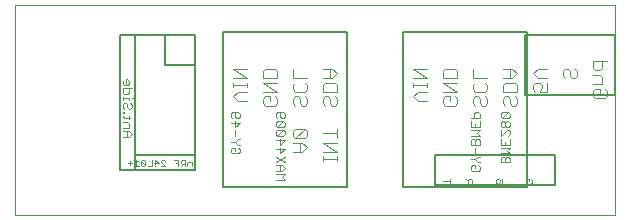
<source format=gbo>
G75*
%MOIN*%
%OFA0B0*%
%FSLAX25Y25*%
%IPPOS*%
%LPD*%
%AMOC8*
5,1,8,0,0,1.08239X$1,22.5*
%
%ADD10C,0.00000*%
%ADD11C,0.00500*%
%ADD12C,0.00300*%
%ADD13C,0.00200*%
%ADD14C,0.00400*%
D10*
X0001250Y0001250D02*
X0001250Y0071211D01*
X0201250Y0071211D01*
X0201250Y0001250D01*
X0001250Y0001250D01*
D11*
X0036250Y0016250D02*
X0036250Y0061250D01*
X0041250Y0061250D01*
X0041250Y0021250D01*
X0041250Y0016250D01*
X0036250Y0016250D01*
X0041250Y0016250D02*
X0061250Y0016250D01*
X0061250Y0021250D01*
X0041250Y0021250D01*
X0061250Y0021250D02*
X0061250Y0051250D01*
X0051250Y0051250D01*
X0051250Y0061250D01*
X0061250Y0061250D01*
X0061250Y0051250D01*
X0051250Y0061250D02*
X0041250Y0061250D01*
X0070699Y0062156D02*
X0070699Y0010344D01*
X0111801Y0010344D01*
X0111801Y0062156D01*
X0070699Y0062156D01*
X0130699Y0062156D02*
X0130699Y0010344D01*
X0171801Y0010344D01*
X0171801Y0062156D01*
X0130699Y0062156D01*
X0171250Y0061250D02*
X0171250Y0041250D01*
X0201250Y0041250D01*
X0201250Y0061250D01*
X0171250Y0061250D01*
X0181250Y0021250D02*
X0141250Y0021250D01*
X0141250Y0011250D01*
X0181250Y0011250D01*
X0181250Y0021250D01*
D12*
X0166102Y0021667D02*
X0165135Y0022635D01*
X0166102Y0023602D01*
X0163200Y0023602D01*
X0163200Y0024614D02*
X0163200Y0026549D01*
X0164651Y0025581D02*
X0164651Y0024614D01*
X0166102Y0024614D02*
X0163200Y0024614D01*
X0166102Y0024614D02*
X0166102Y0026549D01*
X0165619Y0027560D02*
X0166102Y0028044D01*
X0166102Y0029012D01*
X0165619Y0029495D01*
X0165135Y0029495D01*
X0163200Y0027560D01*
X0163200Y0029495D01*
X0163684Y0030507D02*
X0164167Y0030507D01*
X0164651Y0030991D01*
X0164651Y0031958D01*
X0164167Y0032442D01*
X0163684Y0032442D01*
X0163200Y0031958D01*
X0163200Y0030991D01*
X0163684Y0030507D01*
X0164651Y0030991D02*
X0165135Y0030507D01*
X0165619Y0030507D01*
X0166102Y0030991D01*
X0166102Y0031958D01*
X0165619Y0032442D01*
X0165135Y0032442D01*
X0164651Y0031958D01*
X0163684Y0033453D02*
X0165619Y0035388D01*
X0163684Y0035388D01*
X0163200Y0034905D01*
X0163200Y0033937D01*
X0163684Y0033453D01*
X0165619Y0033453D01*
X0166102Y0033937D01*
X0166102Y0034905D01*
X0165619Y0035388D01*
X0156102Y0034905D02*
X0156102Y0033453D01*
X0153200Y0033453D01*
X0154167Y0033453D02*
X0154167Y0034905D01*
X0154651Y0035388D01*
X0155619Y0035388D01*
X0156102Y0034905D01*
X0156102Y0032442D02*
X0156102Y0030507D01*
X0153200Y0030507D01*
X0153200Y0032442D01*
X0154651Y0031474D02*
X0154651Y0030507D01*
X0156102Y0029495D02*
X0153200Y0029495D01*
X0155135Y0028528D02*
X0156102Y0029495D01*
X0155135Y0028528D02*
X0156102Y0027560D01*
X0153200Y0027560D01*
X0153684Y0026549D02*
X0153200Y0026065D01*
X0153200Y0024614D01*
X0156102Y0024614D01*
X0156102Y0026065D01*
X0155619Y0026549D01*
X0155135Y0026549D01*
X0154651Y0026065D01*
X0154651Y0024614D01*
X0154651Y0023602D02*
X0154651Y0021667D01*
X0155619Y0020656D02*
X0156102Y0020656D01*
X0155619Y0020656D02*
X0154651Y0019688D01*
X0153200Y0019688D01*
X0154651Y0019688D02*
X0155619Y0018721D01*
X0156102Y0018721D01*
X0155619Y0017709D02*
X0156102Y0017226D01*
X0156102Y0016258D01*
X0155619Y0015774D01*
X0153684Y0015774D01*
X0153200Y0016258D01*
X0153200Y0017226D01*
X0153684Y0017709D01*
X0154651Y0017709D01*
X0154651Y0016742D01*
X0163200Y0018721D02*
X0163200Y0020172D01*
X0163684Y0020656D01*
X0164167Y0020656D01*
X0164651Y0020172D01*
X0164651Y0018721D01*
X0163200Y0018721D02*
X0166102Y0018721D01*
X0166102Y0020172D01*
X0165619Y0020656D01*
X0165135Y0020656D01*
X0164651Y0020172D01*
X0163200Y0021667D02*
X0166102Y0021667D01*
X0154651Y0026065D02*
X0154167Y0026549D01*
X0153684Y0026549D01*
X0091102Y0026065D02*
X0089651Y0024614D01*
X0089651Y0026549D01*
X0088200Y0026065D02*
X0091102Y0026065D01*
X0090619Y0027560D02*
X0088684Y0027560D01*
X0090619Y0029495D01*
X0088684Y0029495D01*
X0088200Y0029012D01*
X0088200Y0028044D01*
X0088684Y0027560D01*
X0090619Y0027560D02*
X0091102Y0028044D01*
X0091102Y0029012D01*
X0090619Y0029495D01*
X0090619Y0030507D02*
X0088684Y0030507D01*
X0090619Y0032442D01*
X0088684Y0032442D01*
X0088200Y0031958D01*
X0088200Y0030991D01*
X0088684Y0030507D01*
X0090619Y0030507D02*
X0091102Y0030991D01*
X0091102Y0031958D01*
X0090619Y0032442D01*
X0090619Y0033453D02*
X0090135Y0033453D01*
X0089651Y0033937D01*
X0089651Y0035388D01*
X0088684Y0035388D02*
X0090619Y0035388D01*
X0091102Y0034905D01*
X0091102Y0033937D01*
X0090619Y0033453D01*
X0088684Y0033453D02*
X0088200Y0033937D01*
X0088200Y0034905D01*
X0088684Y0035388D01*
X0076102Y0034905D02*
X0076102Y0033937D01*
X0075619Y0033453D01*
X0075135Y0033453D01*
X0074651Y0033937D01*
X0074651Y0035388D01*
X0073684Y0035388D02*
X0075619Y0035388D01*
X0076102Y0034905D01*
X0073684Y0035388D02*
X0073200Y0034905D01*
X0073200Y0033937D01*
X0073684Y0033453D01*
X0074651Y0032442D02*
X0074651Y0030507D01*
X0076102Y0031958D01*
X0073200Y0031958D01*
X0074651Y0029495D02*
X0074651Y0027560D01*
X0075619Y0026549D02*
X0076102Y0026549D01*
X0075619Y0026549D02*
X0074651Y0025581D01*
X0073200Y0025581D01*
X0074651Y0025581D02*
X0075619Y0024614D01*
X0076102Y0024614D01*
X0075619Y0023602D02*
X0076102Y0023119D01*
X0076102Y0022151D01*
X0075619Y0021667D01*
X0073684Y0021667D01*
X0073200Y0022151D01*
X0073200Y0023119D01*
X0073684Y0023602D01*
X0074651Y0023602D01*
X0074651Y0022635D01*
X0088200Y0023119D02*
X0091102Y0023119D01*
X0089651Y0021667D01*
X0089651Y0023602D01*
X0088200Y0020656D02*
X0091102Y0018721D01*
X0090135Y0017709D02*
X0088200Y0017709D01*
X0088200Y0018721D02*
X0091102Y0020656D01*
X0090135Y0017709D02*
X0091102Y0016742D01*
X0090135Y0015774D01*
X0088200Y0015774D01*
X0088200Y0014763D02*
X0091102Y0014763D01*
X0090135Y0013795D01*
X0091102Y0012828D01*
X0088200Y0012828D01*
X0089651Y0015774D02*
X0089651Y0017709D01*
X0040102Y0028233D02*
X0039135Y0027265D01*
X0037200Y0027265D01*
X0038651Y0027265D02*
X0038651Y0029200D01*
X0039135Y0029200D02*
X0037200Y0029200D01*
X0037200Y0030212D02*
X0039135Y0030212D01*
X0039135Y0031663D01*
X0038651Y0032147D01*
X0037200Y0032147D01*
X0039135Y0033159D02*
X0039135Y0034126D01*
X0039619Y0033642D02*
X0037684Y0033642D01*
X0037200Y0034126D01*
X0037200Y0035123D02*
X0037200Y0035607D01*
X0037684Y0035607D01*
X0037684Y0035123D01*
X0037200Y0035123D01*
X0037684Y0036596D02*
X0037200Y0037080D01*
X0037200Y0038047D01*
X0037684Y0038531D01*
X0038167Y0038531D01*
X0038651Y0038047D01*
X0038651Y0037080D01*
X0039135Y0036596D01*
X0039619Y0036596D01*
X0040102Y0037080D01*
X0040102Y0038047D01*
X0039619Y0038531D01*
X0039135Y0039543D02*
X0039135Y0040026D01*
X0037200Y0040026D01*
X0037200Y0039543D02*
X0037200Y0040510D01*
X0040102Y0040026D02*
X0040586Y0040026D01*
X0038651Y0041507D02*
X0037684Y0041507D01*
X0037200Y0041991D01*
X0037200Y0043442D01*
X0040102Y0043442D01*
X0039135Y0043442D02*
X0039135Y0041991D01*
X0038651Y0041507D01*
X0038651Y0044453D02*
X0037684Y0044453D01*
X0037200Y0044937D01*
X0037200Y0045905D01*
X0038167Y0046388D02*
X0038167Y0044453D01*
X0038651Y0044453D02*
X0039135Y0044937D01*
X0039135Y0045905D01*
X0038651Y0046388D01*
X0038167Y0046388D01*
X0039135Y0029200D02*
X0040102Y0028233D01*
D13*
X0041737Y0019552D02*
X0041737Y0017350D01*
X0042471Y0017350D02*
X0041003Y0017350D01*
X0039527Y0017717D02*
X0039527Y0019185D01*
X0040261Y0018451D02*
X0038793Y0018451D01*
X0041737Y0019552D02*
X0042471Y0018818D01*
X0043213Y0019185D02*
X0043213Y0017717D01*
X0043580Y0017350D01*
X0044314Y0017350D01*
X0044681Y0017717D01*
X0043213Y0019185D01*
X0043580Y0019552D01*
X0044314Y0019552D01*
X0044681Y0019185D01*
X0044681Y0017717D01*
X0045423Y0017350D02*
X0046891Y0017350D01*
X0046891Y0019552D01*
X0048000Y0019552D02*
X0049101Y0018451D01*
X0047633Y0018451D01*
X0048000Y0017350D02*
X0048000Y0019552D01*
X0049843Y0019185D02*
X0049843Y0018818D01*
X0051310Y0017350D01*
X0049843Y0017350D01*
X0049843Y0019185D02*
X0050210Y0019552D01*
X0050944Y0019552D01*
X0051310Y0019185D01*
X0054262Y0019552D02*
X0055730Y0019552D01*
X0055730Y0017350D01*
X0056472Y0017350D02*
X0057206Y0018084D01*
X0056839Y0018084D02*
X0057940Y0018084D01*
X0057940Y0017350D02*
X0057940Y0019552D01*
X0056839Y0019552D01*
X0056472Y0019185D01*
X0056472Y0018451D01*
X0056839Y0018084D01*
X0055730Y0018451D02*
X0054996Y0018451D01*
X0058682Y0018451D02*
X0058682Y0017350D01*
X0060150Y0017350D02*
X0060150Y0018818D01*
X0059049Y0018818D01*
X0058682Y0018451D01*
X0143950Y0012374D02*
X0146152Y0012374D01*
X0146152Y0011640D02*
X0146152Y0013108D01*
X0151450Y0013108D02*
X0152184Y0012374D01*
X0152184Y0012741D02*
X0152184Y0011640D01*
X0151450Y0011640D02*
X0153652Y0011640D01*
X0153652Y0012741D01*
X0153285Y0013108D01*
X0152551Y0013108D01*
X0152184Y0012741D01*
X0161450Y0012741D02*
X0161450Y0012007D01*
X0161817Y0011640D01*
X0162551Y0011640D02*
X0162918Y0012374D01*
X0162918Y0012741D01*
X0162551Y0013108D01*
X0161817Y0013108D01*
X0161450Y0012741D01*
X0162551Y0011640D02*
X0163652Y0011640D01*
X0163652Y0013108D01*
X0171450Y0012741D02*
X0171450Y0012007D01*
X0171817Y0011640D01*
X0173285Y0011640D01*
X0173652Y0012007D01*
X0173652Y0012741D01*
X0173285Y0013108D01*
X0172551Y0013108D02*
X0172551Y0012374D01*
X0172551Y0013108D02*
X0171817Y0013108D01*
X0171450Y0012741D01*
D14*
X0108554Y0019173D02*
X0108554Y0020707D01*
X0108554Y0019940D02*
X0103950Y0019940D01*
X0103950Y0019173D02*
X0103950Y0020707D01*
X0103950Y0022242D02*
X0108554Y0022242D01*
X0103950Y0025311D01*
X0108554Y0025311D01*
X0108554Y0026846D02*
X0108554Y0029915D01*
X0108554Y0028381D02*
X0103950Y0028381D01*
X0098554Y0027613D02*
X0098554Y0029148D01*
X0097787Y0029915D01*
X0094717Y0026846D01*
X0093950Y0027613D01*
X0093950Y0029148D01*
X0094717Y0029915D01*
X0097787Y0029915D01*
X0098554Y0027613D02*
X0097787Y0026846D01*
X0094717Y0026846D01*
X0093950Y0025311D02*
X0097019Y0025311D01*
X0098554Y0023777D01*
X0097019Y0022242D01*
X0093950Y0022242D01*
X0096252Y0022242D02*
X0096252Y0025311D01*
X0097019Y0037638D02*
X0096252Y0038406D01*
X0096252Y0039940D01*
X0095485Y0040707D01*
X0094717Y0040707D01*
X0093950Y0039940D01*
X0093950Y0038406D01*
X0094717Y0037638D01*
X0097019Y0037638D02*
X0097787Y0037638D01*
X0098554Y0038406D01*
X0098554Y0039940D01*
X0097787Y0040707D01*
X0097787Y0042242D02*
X0094717Y0042242D01*
X0093950Y0043009D01*
X0093950Y0044544D01*
X0094717Y0045311D01*
X0093950Y0046846D02*
X0093950Y0049915D01*
X0088554Y0049148D02*
X0088554Y0046846D01*
X0083950Y0046846D01*
X0083950Y0049148D01*
X0084717Y0049915D01*
X0087787Y0049915D01*
X0088554Y0049148D01*
X0093950Y0046846D02*
X0098554Y0046846D01*
X0097787Y0045311D02*
X0098554Y0044544D01*
X0098554Y0043009D01*
X0097787Y0042242D01*
X0103950Y0042242D02*
X0103950Y0044544D01*
X0104717Y0045311D01*
X0107787Y0045311D01*
X0108554Y0044544D01*
X0108554Y0042242D01*
X0103950Y0042242D01*
X0104717Y0040707D02*
X0103950Y0039940D01*
X0103950Y0038406D01*
X0104717Y0037638D01*
X0106252Y0038406D02*
X0106252Y0039940D01*
X0105485Y0040707D01*
X0104717Y0040707D01*
X0107787Y0040707D02*
X0108554Y0039940D01*
X0108554Y0038406D01*
X0107787Y0037638D01*
X0107019Y0037638D01*
X0106252Y0038406D01*
X0088554Y0038406D02*
X0087787Y0037638D01*
X0084717Y0037638D01*
X0083950Y0038406D01*
X0083950Y0039940D01*
X0084717Y0040707D01*
X0086252Y0040707D01*
X0086252Y0039173D01*
X0087787Y0040707D02*
X0088554Y0039940D01*
X0088554Y0038406D01*
X0078554Y0039173D02*
X0075485Y0039173D01*
X0073950Y0040707D01*
X0075485Y0042242D01*
X0078554Y0042242D01*
X0078554Y0043777D02*
X0078554Y0045311D01*
X0078554Y0044544D02*
X0073950Y0044544D01*
X0073950Y0043777D02*
X0073950Y0045311D01*
X0073950Y0046846D02*
X0078554Y0046846D01*
X0073950Y0049915D01*
X0078554Y0049915D01*
X0083950Y0045311D02*
X0088554Y0045311D01*
X0088554Y0042242D02*
X0083950Y0045311D01*
X0083950Y0042242D02*
X0088554Y0042242D01*
X0103950Y0046846D02*
X0107019Y0046846D01*
X0108554Y0048381D01*
X0107019Y0049915D01*
X0103950Y0049915D01*
X0106252Y0049915D02*
X0106252Y0046846D01*
X0133950Y0046846D02*
X0138554Y0046846D01*
X0133950Y0049915D01*
X0138554Y0049915D01*
X0143950Y0049148D02*
X0144717Y0049915D01*
X0147787Y0049915D01*
X0148554Y0049148D01*
X0148554Y0046846D01*
X0143950Y0046846D01*
X0143950Y0049148D01*
X0143950Y0045311D02*
X0148554Y0045311D01*
X0148554Y0042242D02*
X0143950Y0045311D01*
X0138554Y0045311D02*
X0138554Y0043777D01*
X0138554Y0044544D02*
X0133950Y0044544D01*
X0133950Y0043777D02*
X0133950Y0045311D01*
X0135485Y0042242D02*
X0138554Y0042242D01*
X0135485Y0042242D02*
X0133950Y0040707D01*
X0135485Y0039173D01*
X0138554Y0039173D01*
X0143950Y0038406D02*
X0143950Y0039940D01*
X0144717Y0040707D01*
X0146252Y0040707D01*
X0146252Y0039173D01*
X0147787Y0040707D02*
X0148554Y0039940D01*
X0148554Y0038406D01*
X0147787Y0037638D01*
X0144717Y0037638D01*
X0143950Y0038406D01*
X0153950Y0038406D02*
X0154717Y0037638D01*
X0153950Y0038406D02*
X0153950Y0039940D01*
X0154717Y0040707D01*
X0155485Y0040707D01*
X0156252Y0039940D01*
X0156252Y0038406D01*
X0157019Y0037638D01*
X0157787Y0037638D01*
X0158554Y0038406D01*
X0158554Y0039940D01*
X0157787Y0040707D01*
X0157787Y0042242D02*
X0154717Y0042242D01*
X0153950Y0043009D01*
X0153950Y0044544D01*
X0154717Y0045311D01*
X0157787Y0045311D02*
X0158554Y0044544D01*
X0158554Y0043009D01*
X0157787Y0042242D01*
X0163950Y0042242D02*
X0163950Y0044544D01*
X0164717Y0045311D01*
X0167787Y0045311D01*
X0168554Y0044544D01*
X0168554Y0042242D01*
X0163950Y0042242D01*
X0164717Y0040707D02*
X0163950Y0039940D01*
X0163950Y0038406D01*
X0164717Y0037638D01*
X0166252Y0038406D02*
X0166252Y0039940D01*
X0165485Y0040707D01*
X0164717Y0040707D01*
X0167787Y0040707D02*
X0168554Y0039940D01*
X0168554Y0038406D01*
X0167787Y0037638D01*
X0167019Y0037638D01*
X0166252Y0038406D01*
X0173950Y0043009D02*
X0174717Y0042242D01*
X0173950Y0043009D02*
X0173950Y0044544D01*
X0174717Y0045311D01*
X0176252Y0045311D01*
X0177019Y0044544D01*
X0177019Y0043777D01*
X0176252Y0042242D01*
X0178554Y0042242D01*
X0178554Y0045311D01*
X0178554Y0046846D02*
X0175485Y0046846D01*
X0173950Y0048381D01*
X0175485Y0049915D01*
X0178554Y0049915D01*
X0183950Y0049148D02*
X0183950Y0047613D01*
X0184717Y0046846D01*
X0186252Y0047613D02*
X0186252Y0049148D01*
X0185485Y0049915D01*
X0184717Y0049915D01*
X0183950Y0049148D01*
X0186252Y0047613D02*
X0187019Y0046846D01*
X0187787Y0046846D01*
X0188554Y0047613D01*
X0188554Y0049148D01*
X0187787Y0049915D01*
X0193950Y0050113D02*
X0194717Y0049346D01*
X0196252Y0049346D01*
X0197019Y0050113D01*
X0197019Y0052415D01*
X0198554Y0052415D02*
X0193950Y0052415D01*
X0193950Y0050113D01*
X0193950Y0047811D02*
X0196252Y0047811D01*
X0197019Y0047044D01*
X0197019Y0044742D01*
X0193950Y0044742D01*
X0194717Y0043207D02*
X0196252Y0043207D01*
X0196252Y0041673D01*
X0194717Y0043207D02*
X0193950Y0042440D01*
X0193950Y0040906D01*
X0194717Y0040138D01*
X0197787Y0040138D01*
X0198554Y0040906D01*
X0198554Y0042440D01*
X0197787Y0043207D01*
X0168554Y0048381D02*
X0167019Y0049915D01*
X0163950Y0049915D01*
X0166252Y0049915D02*
X0166252Y0046846D01*
X0167019Y0046846D02*
X0168554Y0048381D01*
X0167019Y0046846D02*
X0163950Y0046846D01*
X0158554Y0046846D02*
X0153950Y0046846D01*
X0153950Y0049915D01*
X0148554Y0042242D02*
X0143950Y0042242D01*
M02*

</source>
